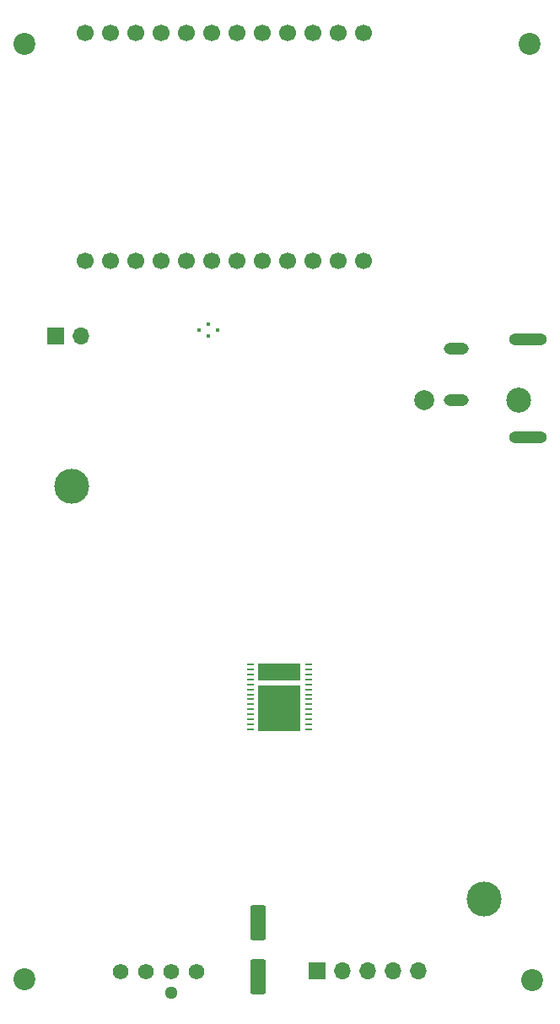
<source format=gbr>
%TF.GenerationSoftware,KiCad,Pcbnew,7.0.1*%
%TF.CreationDate,2023-10-06T09:11:46+02:00*%
%TF.ProjectId,NerdAxe_ultra,4e657264-4178-4655-9f75-6c7472612e6b,rev?*%
%TF.SameCoordinates,Original*%
%TF.FileFunction,Soldermask,Bot*%
%TF.FilePolarity,Negative*%
%FSLAX46Y46*%
G04 Gerber Fmt 4.6, Leading zero omitted, Abs format (unit mm)*
G04 Created by KiCad (PCBNEW 7.0.1) date 2023-10-06 09:11:46*
%MOMM*%
%LPD*%
G01*
G04 APERTURE LIST*
G04 Aperture macros list*
%AMRoundRect*
0 Rectangle with rounded corners*
0 $1 Rounding radius*
0 $2 $3 $4 $5 $6 $7 $8 $9 X,Y pos of 4 corners*
0 Add a 4 corners polygon primitive as box body*
4,1,4,$2,$3,$4,$5,$6,$7,$8,$9,$2,$3,0*
0 Add four circle primitives for the rounded corners*
1,1,$1+$1,$2,$3*
1,1,$1+$1,$4,$5*
1,1,$1+$1,$6,$7*
1,1,$1+$1,$8,$9*
0 Add four rect primitives between the rounded corners*
20,1,$1+$1,$2,$3,$4,$5,0*
20,1,$1+$1,$4,$5,$6,$7,0*
20,1,$1+$1,$6,$7,$8,$9,0*
20,1,$1+$1,$8,$9,$2,$3,0*%
G04 Aperture macros list end*
%ADD10C,3.500000*%
%ADD11C,2.200000*%
%ADD12C,0.400000*%
%ADD13C,1.295400*%
%ADD14C,1.574800*%
%ADD15R,1.700000X1.700000*%
%ADD16O,1.700000X1.700000*%
%ADD17C,1.700000*%
%ADD18C,2.500000*%
%ADD19O,3.800000X1.200000*%
%ADD20O,2.500000X1.200000*%
%ADD21C,2.000000*%
%ADD22R,0.792000X0.221000*%
%ADD23R,4.277000X1.810000*%
%ADD24R,4.277000X4.530000*%
%ADD25RoundRect,0.250000X-0.550000X1.500000X-0.550000X-1.500000X0.550000X-1.500000X0.550000X1.500000X0*%
G04 APERTURE END LIST*
D10*
%TO.C,H6*%
X84764000Y-94984000D03*
%TD*%
%TO.C,H5*%
X126130000Y-136350000D03*
%TD*%
D11*
%TO.C,H4*%
X79987000Y-50603000D03*
%TD*%
%TO.C,H3*%
X130980000Y-144470000D03*
%TD*%
%TO.C,H2*%
X130683000Y-50604000D03*
%TD*%
%TO.C,H1*%
X80020000Y-144380000D03*
%TD*%
D12*
%TO.C,U9*%
X98446291Y-78725000D03*
X99396291Y-79300000D03*
X97496291Y-79300000D03*
X98446291Y-79875000D03*
%TD*%
D13*
%TO.C,J4*%
X94701000Y-145782001D03*
D14*
X89621000Y-143622000D03*
X92161000Y-143622000D03*
X94701000Y-143622000D03*
X97241000Y-143622000D03*
%TD*%
D15*
%TO.C,J7*%
X83099400Y-79900000D03*
D16*
X85639400Y-79900000D03*
%TD*%
D15*
%TO.C,J3*%
X109350000Y-143580000D03*
D16*
X111890000Y-143580000D03*
X114430000Y-143580000D03*
X116970000Y-143580000D03*
X119510000Y-143580000D03*
%TD*%
D17*
%TO.C,U3*%
X86060000Y-72360000D03*
X88600000Y-72360000D03*
X91140000Y-72360000D03*
X93680000Y-72360000D03*
X96220000Y-72360000D03*
X98760000Y-72360000D03*
X101300000Y-72360000D03*
X103840000Y-72360000D03*
X106380000Y-72360000D03*
X108920000Y-72360000D03*
X111460000Y-72360000D03*
X114000000Y-72360000D03*
X114000000Y-49440000D03*
X111460000Y-49440000D03*
X108920000Y-49440000D03*
X106380000Y-49440000D03*
X103840000Y-49440000D03*
X101300000Y-49440000D03*
X98760000Y-49440000D03*
X96220000Y-49440000D03*
X93680000Y-49440000D03*
X91140000Y-49440000D03*
X88600000Y-49440000D03*
X86060000Y-49440000D03*
%TD*%
D18*
%TO.C,DC1*%
X129609000Y-86336000D03*
D19*
X130569000Y-80206000D03*
D20*
X123359000Y-81136000D03*
X123359000Y-86336000D03*
D21*
X120109000Y-86336000D03*
D19*
X130569000Y-90066000D03*
%TD*%
D22*
%TO.C,U14*%
X108528000Y-112805000D03*
X108528000Y-113307000D03*
X108528000Y-113809000D03*
X108528000Y-114311000D03*
X108528000Y-114813000D03*
X108528000Y-115315000D03*
X108528000Y-115817000D03*
X108528000Y-116319000D03*
X108528000Y-116821000D03*
X108528000Y-117323000D03*
X108528000Y-117825000D03*
X108528000Y-118327000D03*
X108528000Y-118829000D03*
X108528000Y-119331000D03*
X102696000Y-119318000D03*
X102696000Y-118818000D03*
X102696000Y-118318000D03*
X102696000Y-117818000D03*
X102696000Y-117318000D03*
X102696000Y-116821000D03*
X102696000Y-116318000D03*
X102696000Y-115817000D03*
X102696000Y-115315000D03*
X102696000Y-114813000D03*
X102696000Y-114311000D03*
X102696000Y-113818000D03*
X102696000Y-113307000D03*
X102696000Y-112818000D03*
D23*
X105612000Y-113600000D03*
D24*
X105612000Y-117176000D03*
%TD*%
D25*
%TO.C,C28*%
X103490000Y-138720000D03*
X103490000Y-144120000D03*
%TD*%
M02*

</source>
